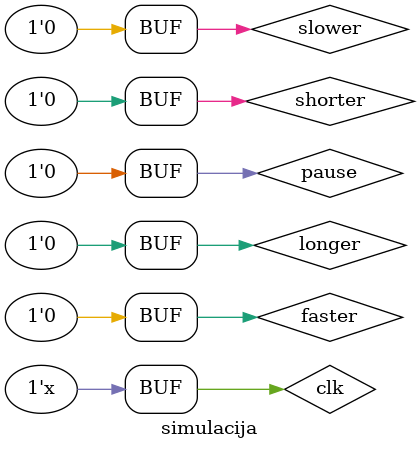
<source format=v>
`timescale 1ns / 1ps


module simulacija;

	// Inputs
	reg pause;
	reg faster;
	reg slower;
	reg longer;
	reg shorter;
	reg clk;

	// Outputs
	wire [7:0] out_digit;
	wire [3:0] out_ans;
	wire pause_out;

	// Instantiate the Unit Under Test (UUT)
	tekst_scroll uut (
		.out_digit(out_digit), 
		.out_ans(out_ans), 
		.pause_out(pause_out), 
		.pause(pause), 
		.faster(faster), 
		.slower(slower), 
		.longer(longer), 
		.shorter(shorter), 
		.clk(clk)
	);

	initial begin
		// Initialize Inputs
		pause = 0;
		faster = 0;
		slower = 0;
		longer = 0;
		shorter = 0;
		clk = 0;

		// Wait 100 ns for global reset to finish
		#100;
        
		// Add stimulus here
	end
	
	always
		#20 clk = ~clk; //50 MHz
      
endmodule


</source>
